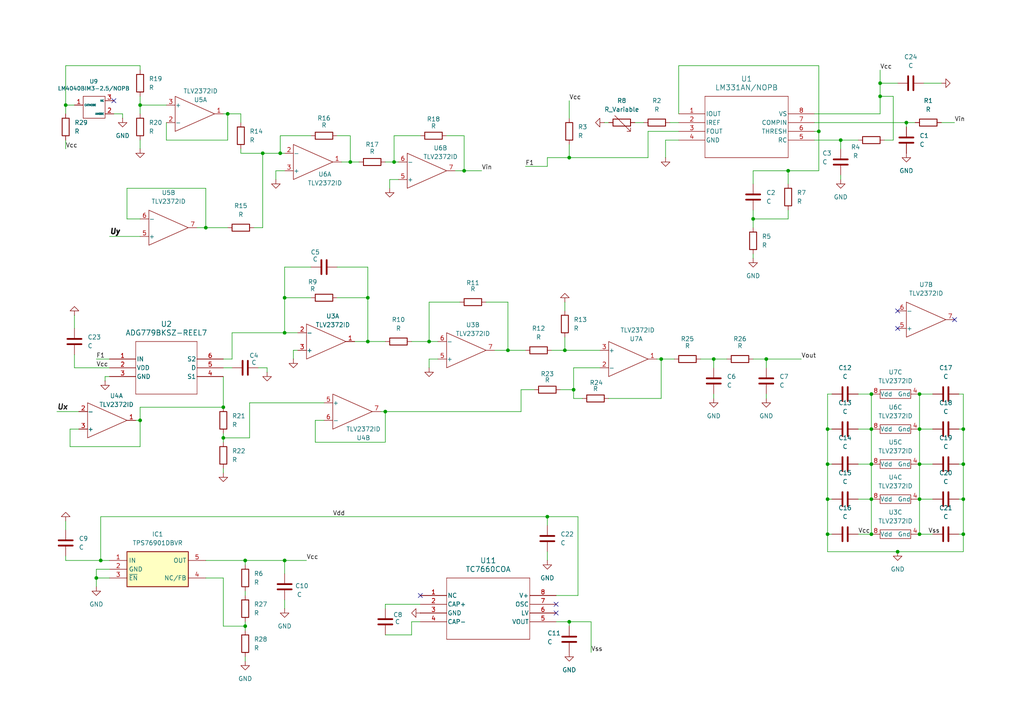
<source format=kicad_sch>
(kicad_sch (version 20231120) (generator "eeschema") (generator_version "8.0")
  (paper "A4")
  (lib_symbols
    (symbol "Device:C" (pin_numbers hide) (pin_names (offset 0.254))
      (property "Reference" "C" (at 0.635 2.54 0))
      (property "Value" "C" (at 0.635 -2.54 0))
      (symbol "C_0_1"
        (polyline (pts (xy -2.032 -0.762) (xy 2.032 -0.762)) (stroke (width 0.508)))
        (polyline (pts (xy -2.032 0.762) (xy 2.032 0.762)) (stroke (width 0.508)))
      )
      (symbol "C_1_1"
        (pin passive line (at 0 3.81 270) (length 2.794) (name "~") (number "1"))
        (pin passive line (at 0 -3.81 90) (length 2.794) (name "~") (number "2"))
      )
    )
    (symbol "Device:R" (pin_numbers hide) (pin_names (offset 0))
      (property "Reference" "R" (at 2.032 0 90))
      (property "Value" "R" (at 0 0 90))
      (symbol "R_0_1"
        (rectangle (start -1.016 -2.54) (end 1.016 2.54) (stroke (width 0.254)))
      )
      (symbol "R_1_1"
        (pin passive line (at 0 3.81 270) (length 1.27) (name "~") (number "1"))
        (pin passive line (at 0 -3.81 90) (length 1.27) (name "~") (number "2"))
      )
    )
    (symbol "Device:R_Variable" (pin_numbers hide) (pin_names (offset 0))
      (property "Reference" "R" (at 2.54 -2.54 90))
      (property "Value" "R_Variable" (at -2.54 -1.27 90))
      (symbol "R_Variable_0_1"
        (rectangle (start -1.016 -2.54) (end 1.016 2.54) (stroke (width 0.254)))
        (polyline (pts (xy 2.54 1.524) (xy 2.54 2.54) (xy 1.524 2.54) (xy 2.54 2.54) (xy -2.032 -2.032)))
      )
      (symbol "R_Variable_1_1"
        (pin passive line (at 0 3.81 270) (length 1.27) (name "~") (number "1"))
        (pin passive line (at 0 -3.81 90) (length 1.27) (name "~") (number "2"))
      )
    )
    (symbol "my_custom:ADG779BKSZ-REEL7" (pin_names (offset 0.254))
      (property "Reference" "U" (at 17.018 10.414 0))
      (property "Value" "ADG779BKSZ-REEL7" (at 17.018 7.874 0))
      (symbol "ADG779BKSZ-REEL7_1_1"
        (polyline (pts (xy 7.62 5.08) (xy 7.62 -10.16)) (stroke (width 0.127)))
        (polyline (pts (xy 7.62 5.08) (xy 25.4 5.08)))
        (polyline (pts (xy 25.4 -10.16) (xy 7.62 -10.16)))
        (polyline (pts (xy 25.4 -10.16) (xy 25.4 5.08)) (stroke (width 0.127)))
        (pin input line (at 0 0 0) (length 7.62) (name "IN") (number "1"))
        (pin power_in line (at 0 -2.54 0) (length 7.62) (name "VDD") (number "2"))
        (pin power_in line (at 0 -5.08 0) (length 7.62) (name "GND") (number "3"))
        (pin bidirectional line (at 33.02 -5.08 180) (length 7.62) (name "S1") (number "4"))
        (pin bidirectional line (at 33.02 -2.54 180) (length 7.62) (name "D") (number "5"))
        (pin bidirectional line (at 33.02 0 180) (length 7.62) (name "S2") (number "6"))
      )
    )
    (symbol "my_custom:LM331AN_NOPB" (pin_names (offset 0.254))
      (property "Reference" "U" (at 45.212 34.798 0))
      (property "Value" "LM331AN/NOPB" (at 45.212 32.258 0))
      (symbol "LM331AN_NOPB_1_1"
        (polyline (pts (xy 33.02 30.48) (xy 33.02 12.7)) (stroke (width 0.127)))
        (polyline (pts (xy 33.02 30.48) (xy 57.15 30.48)))
        (polyline (pts (xy 57.15 12.7) (xy 33.02 12.7)))
        (polyline (pts (xy 57.15 12.7) (xy 57.15 30.48)) (stroke (width 0.127)))
        (pin output line (at 25.4 25.4 0) (length 7.62) (name "IOUT") (number "1"))
        (pin input line (at 25.4 22.86 0) (length 7.62) (name "IREF") (number "2"))
        (pin output line (at 25.4 20.32 0) (length 7.62) (name "FOUT") (number "3"))
        (pin power_out line (at 25.4 17.78 0) (length 7.62) (name "GND") (number "4"))
        (pin input line (at 64.77 17.78 180) (length 7.62) (name "RC") (number "5"))
        (pin input line (at 64.77 20.32 180) (length 7.62) (name "THRESH") (number "6"))
        (pin input line (at 64.77 22.86 180) (length 7.62) (name "COMPIN") (number "7"))
        (pin power_in line (at 64.77 25.4 180) (length 7.62) (name "VS") (number "8"))
      )
    )
    (symbol "my_custom:LM4040BIM3-2.5_NOPB" (pin_names (offset 0.254))
      (property "Reference" "U" (at 12.446 5.588 0))
      (property "Value" "LM4040BIM3-2.5/NOPB" (at 13.208 4.064 0))
      (symbol "LM4040BIM3-2.5_NOPB_1_1"
        (polyline (pts (xy 10.16 -3.81) (xy 15.24 -3.81)))
        (polyline (pts (xy 10.16 2.54) (xy 10.16 -3.81)))
        (polyline (pts (xy 10.16 5.08) (xy 10.16 5.08)))
        (polyline (pts (xy 15.24 2.54) (xy 10.16 2.54)))
        (polyline (pts (xy 15.24 2.54) (xy 16.51 2.54) (xy 16.51 -3.81) (xy 15.24 -3.81)))
        (pin unspecified line (at 7.62 0 0) (length 2.54) (name "CATHODE") (number "1"))
        (pin unspecified line (at 19.05 -2.54 180) (length 2.54) (name "ANODE") (number "2"))
        (pin unspecified line (at 19.05 1.27 180) (length 2.54) (name "NC") (number "3"))
      )
    )
    (symbol "my_custom:TC7660COA" (pin_names (offset 0.254))
      (property "Reference" "U" (at 19.558 9.652 0))
      (property "Value" "TC7660COA" (at 19.558 7.112 0))
      (symbol "TC7660COA_1_1"
        (polyline (pts (xy 7.62 -12.7) (xy 31.75 -12.7)))
        (polyline (pts (xy 7.62 5.08) (xy 7.62 -12.7)) (stroke (width 0.127)))
        (polyline (pts (xy 7.62 5.08) (xy 31.75 5.08)))
        (polyline (pts (xy 31.75 -12.7) (xy 31.75 5.08)) (stroke (width 0.127)))
        (pin unspecified line (at 0 0 0) (length 7.62) (name "NC") (number "1"))
        (pin unspecified line (at 0 -2.54 0) (length 7.62) (name "CAP+") (number "2"))
        (pin unspecified line (at 0 -5.08 0) (length 7.62) (name "GND") (number "3"))
        (pin unspecified line (at 0 -7.62 0) (length 7.62) (name "CAP-") (number "4"))
        (pin unspecified line (at 39.37 -7.62 180) (length 7.62) (name "VOUT") (number "5"))
        (pin unspecified line (at 39.37 -5.08 180) (length 7.62) (name "LV") (number "6"))
        (pin unspecified line (at 39.37 -2.54 180) (length 7.62) (name "OSC") (number "7"))
        (pin unspecified line (at 39.37 0 180) (length 7.62) (name "V+") (number "8"))
      )
    )
    (symbol "my_custom:TLV2372ID" (pin_names (offset 0.002))
      (property "Reference" "U" (at 7.366 1.524 0))
      (property "Value" "TLV2372ID" (at 7.366 -0.508 0))
      (symbol "TLV2372ID_1_1"
        (polyline (pts (xy 0 -2.54) (xy 0 -12.7) (xy 11.43 -7.62) (xy 0 -2.54)))
        (pin output line (at 13.97 -7.62 180) (length 2.54) (name "") (number "1"))
        (pin input line (at -2.54 -5.08 0) (length 2.54) (name "-") (number "2"))
        (pin input line (at -2.54 -10.16 0) (length 2.54) (name "+") (number "3"))
      )
      (symbol "TLV2372ID_2_1"
        (polyline (pts (xy 0 -1.27) (xy 0 -11.43) (xy 11.43 -6.35) (xy 0 -1.27)))
        (pin input line (at -2.54 -8.89 0) (length 2.54) (name "+") (number "5"))
        (pin input line (at -2.54 -3.81 0) (length 2.54) (name "-") (number "6"))
        (pin output line (at 13.97 -6.35 180) (length 2.54) (name "") (number "7"))
      )
      (symbol "TLV2372ID_3_1"
        (rectangle (start 1.27 -6.35) (end 10.16 -8.89))
        (pin power_in line (at -1.27 -7.62 0) (length 2.54) (name "Gnd") (number "4"))
        (pin power_in line (at 12.7 -7.62 180) (length 2.54) (name "Vdd") (number "8"))
      )
    )
    (symbol "my_custom:TPS76901DBVR"
      (property "Reference" "IC" (at 13.462 9.144 0))
      (property "Value" "TPS76901DBVR" (at 13.462 6.604 0))
      (symbol "TPS76901DBVR_1_1"
        (rectangle (start 5.08 2.54) (end 22.86 -7.62) (stroke (width 0.254)) (fill (type background)))
        (pin passive line (at 0 0 0) (length 5.08) (name "IN") (number "1"))
        (pin passive line (at 0 -2.54 0) (length 5.08) (name "GND") (number "2"))
        (pin passive line (at 0 -5.08 0) (length 5.08) (name "~{EN}") (number "3"))
        (pin passive line (at 27.94 -5.08 180) (length 5.08) (name "NC/FB") (number "4"))
        (pin passive line (at 27.94 0 180) (length 5.08) (name "OUT") (number "5"))
      )
    )
    (symbol "power:GND" (power) (pin_numbers hide) (pin_names (offset 0) hide)
      (property "Value" "GND" (at 0 -3.81 0))
      (symbol "GND_0_1"
        (polyline (pts (xy 0 0) (xy 0 -1.27) (xy 1.27 -1.27) (xy 0 -2.54) (xy -1.27 -1.27) (xy 0 -1.27)))
      )
      (symbol "GND_1_1"
        (pin power_in line (at 0 0 270) (length 0) (name "~") (number "1"))
      )
    )
  )
  (junction (at 19.05 30.48))
  (junction (at 255.27 24.13))
  (junction (at 228.6 49.53))
  (junction (at 240.03 134.62))
  (junction (at 114.3 46.99))
  (junction (at 252.73 124.46))
  (junction (at 252.73 144.78))
  (junction (at 166.37 113.03))
  (junction (at 82.55 86.36))
  (junction (at 40.64 121.92))
  (junction (at 71.12 181.61))
  (junction (at 266.7 154.94))
  (junction (at 165.1 180.34))
  (junction (at 76.2 44.45))
  (junction (at 165.1 45.72))
  (junction (at 240.03 144.78))
  (junction (at 252.73 114.3))
  (junction (at 101.6 46.99))
  (junction (at 279.4 144.78))
  (junction (at 134.62 49.53))
  (junction (at 240.03 154.94))
  (junction (at 279.4 134.62))
  (junction (at 59.69 66.04))
  (junction (at 266.7 144.78))
  (junction (at 207.01 104.14))
  (junction (at 106.68 99.06))
  (junction (at 279.4 124.46))
  (junction (at 266.7 114.3))
  (junction (at 82.55 162.56))
  (junction (at 240.03 124.46))
  (junction (at 266.7 124.46))
  (junction (at 111.76 119.38))
  (junction (at 27.94 167.64))
  (junction (at 66.04 33.02))
  (junction (at 29.21 162.56))
  (junction (at 260.35 160.02))
  (junction (at 82.55 96.52))
  (junction (at 40.64 30.48))
  (junction (at 71.12 162.56))
  (junction (at 266.7 134.62))
  (junction (at 252.73 154.94))
  (junction (at 106.68 86.36))
  (junction (at 191.77 104.14))
  (junction (at 81.28 44.45))
  (junction (at 124.46 99.06))
  (junction (at 262.89 35.56))
  (junction (at 243.84 40.64))
  (junction (at 237.49 38.1))
  (junction (at 222.25 104.14))
  (junction (at 279.4 154.94))
  (junction (at 147.32 101.6))
  (junction (at 64.77 127))
  (junction (at 158.75 149.86))
  (junction (at 218.44 63.5))
  (junction (at 252.73 134.62))
  (junction (at 255.27 27.94))
  (junction (at 64.77 118.11))
  (junction (at 163.83 101.6))
  (no_connect (at 161.29 175.26))
  (no_connect (at 161.29 177.8))
  (no_connect (at 260.35 90.17))
  (no_connect (at 121.92 172.72))
  (no_connect (at 276.86 92.71))
  (no_connect (at 33.02 29.21))
  (no_connect (at 260.35 95.25))
  (wire (pts (xy 91.44 128.27) (xy 111.76 128.27)))
  (wire (pts (xy 64.77 181.61) (xy 71.12 181.61)))
  (wire (pts (xy 166.37 113.03) (xy 166.37 115.57)))
  (wire (pts (xy 35.56 33.02) (xy 35.56 34.29)))
  (wire (pts (xy 80.01 49.53) (xy 82.55 49.53)))
  (wire (pts (xy 193.04 40.64) (xy 193.04 45.72)))
  (wire (pts (xy 40.64 19.05) (xy 40.64 20.32)))
  (wire (pts (xy 161.29 180.34) (xy 165.1 180.34)))
  (wire (pts (xy 218.44 73.66) (xy 218.44 74.93)))
  (wire (pts (xy 31.75 167.64) (xy 27.94 167.64)))
  (wire (pts (xy 134.62 49.53) (xy 132.08 49.53)))
  (wire (pts (xy 22.86 124.46) (xy 20.32 124.46)))
  (wire (pts (xy 267.97 24.13) (xy 273.05 24.13)))
  (wire (pts (xy 113.03 52.07) (xy 113.03 54.61)))
  (wire (pts (xy 187.96 45.72) (xy 165.1 45.72)))
  (wire (pts (xy 121.92 39.37) (xy 114.3 39.37)))
  (wire (pts (xy 19.05 151.13) (xy 19.05 153.67)))
  (wire (pts (xy 36.83 63.5) (xy 36.83 54.61)))
  (wire (pts (xy 82.55 86.36) (xy 82.55 96.52)))
  (wire (pts (xy 236.22 33.02) (xy 255.27 33.02)))
  (wire (pts (xy 20.32 129.54) (xy 40.64 129.54)))
  (wire (pts (xy 40.64 118.11) (xy 40.64 121.92)))
  (wire (pts (xy 30.48 109.22) (xy 31.75 109.22)))
  (wire (pts (xy 252.73 134.62) (xy 252.73 144.78)))
  (wire (pts (xy 40.64 129.54) (xy 40.64 121.92)))
  (wire (pts (xy 158.75 45.72) (xy 165.1 45.72)))
  (wire (pts (xy 240.03 144.78) (xy 240.03 154.94)))
  (wire (pts (xy 243.84 40.64) (xy 248.92 40.64)))
  (wire (pts (xy 248.92 134.62) (xy 252.73 134.62)))
  (wire (pts (xy 106.68 77.47) (xy 106.68 86.36)))
  (wire (pts (xy 248.92 114.3) (xy 252.73 114.3)))
  (wire (pts (xy 147.32 101.6) (xy 143.51 101.6)))
  (wire (pts (xy 248.92 154.94) (xy 252.73 154.94)))
  (wire (pts (xy 222.25 114.3) (xy 222.25 115.57)))
  (wire (pts (xy 255.27 27.94) (xy 255.27 33.02)))
  (wire (pts (xy 97.79 77.47) (xy 106.68 77.47)))
  (wire (pts (xy 97.79 39.37) (xy 101.6 39.37)))
  (wire (pts (xy 270.51 134.62) (xy 266.7 134.62)))
  (wire (pts (xy 228.6 49.53) (xy 237.49 49.53)))
  (wire (pts (xy 71.12 162.56) (xy 82.55 162.56)))
  (wire (pts (xy 66.04 40.64) (xy 66.04 33.02)))
  (wire (pts (xy 278.13 124.46) (xy 279.4 124.46)))
  (wire (pts (xy 262.89 36.83) (xy 262.89 35.56)))
  (wire (pts (xy 171.45 180.34) (xy 171.45 189.23)))
  (wire (pts (xy 140.97 87.63) (xy 147.32 87.63)))
  (wire (pts (xy 158.75 152.4) (xy 158.75 149.86)))
  (wire (pts (xy 27.94 165.1) (xy 27.94 167.64)))
  (wire (pts (xy 29.21 162.56) (xy 31.75 162.56)))
  (wire (pts (xy 228.6 49.53) (xy 228.6 53.34)))
  (wire (pts (xy 67.31 104.14) (xy 67.31 96.52)))
  (wire (pts (xy 166.37 115.57) (xy 168.91 115.57)))
  (wire (pts (xy 19.05 162.56) (xy 29.21 162.56)))
  (wire (pts (xy 203.2 104.14) (xy 207.01 104.14)))
  (wire (pts (xy 90.17 77.47) (xy 82.55 77.47)))
  (wire (pts (xy 196.85 40.64) (xy 193.04 40.64)))
  (wire (pts (xy 111.76 175.26) (xy 121.92 175.26)))
  (wire (pts (xy 91.44 121.92) (xy 91.44 128.27)))
  (wire (pts (xy 240.03 114.3) (xy 240.03 124.46)))
  (wire (pts (xy 176.53 115.57) (xy 191.77 115.57)))
  (wire (pts (xy 278.13 144.78) (xy 279.4 144.78)))
  (wire (pts (xy 71.12 190.5) (xy 71.12 191.77)))
  (wire (pts (xy 222.25 106.68) (xy 222.25 104.14)))
  (wire (pts (xy 167.64 172.72) (xy 161.29 172.72)))
  (wire (pts (xy 252.73 144.78) (xy 252.73 154.94)))
  (wire (pts (xy 273.05 35.56) (xy 276.86 35.56)))
  (wire (pts (xy 81.28 39.37) (xy 81.28 44.45)))
  (wire (pts (xy 191.77 104.14) (xy 195.58 104.14)))
  (wire (pts (xy 21.59 91.44) (xy 21.59 95.25)))
  (wire (pts (xy 259.08 40.64) (xy 256.54 40.64)))
  (wire (pts (xy 166.37 106.68) (xy 173.99 106.68)))
  (wire (pts (xy 255.27 20.32) (xy 255.27 24.13)))
  (wire (pts (xy 165.1 29.21) (xy 165.1 34.29)))
  (wire (pts (xy 82.55 77.47) (xy 82.55 86.36)))
  (wire (pts (xy 76.2 44.45) (xy 81.28 44.45)))
  (wire (pts (xy 21.59 106.68) (xy 31.75 106.68)))
  (wire (pts (xy 260.35 160.02) (xy 240.03 160.02)))
  (wire (pts (xy 134.62 49.53) (xy 139.7 49.53)))
  (wire (pts (xy 228.6 60.96) (xy 228.6 63.5)))
  (wire (pts (xy 64.77 33.02) (xy 66.04 33.02)))
  (wire (pts (xy 266.7 114.3) (xy 266.7 124.46)))
  (wire (pts (xy 236.22 35.56) (xy 262.89 35.56)))
  (wire (pts (xy 270.51 114.3) (xy 266.7 114.3)))
  (wire (pts (xy 236.22 40.64) (xy 243.84 40.64)))
  (wire (pts (xy 124.46 87.63) (xy 124.46 99.06)))
  (wire (pts (xy 106.68 86.36) (xy 106.68 99.06)))
  (wire (pts (xy 194.31 35.56) (xy 196.85 35.56)))
  (wire (pts (xy 119.38 99.06) (xy 124.46 99.06)))
  (wire (pts (xy 119.38 184.15) (xy 119.38 180.34)))
  (wire (pts (xy 237.49 38.1) (xy 237.49 49.53)))
  (wire (pts (xy 255.27 27.94) (xy 259.08 27.94)))
  (wire (pts (xy 236.22 38.1) (xy 237.49 38.1)))
  (wire (pts (xy 187.96 38.1) (xy 187.96 45.72)))
  (wire (pts (xy 71.12 163.83) (xy 71.12 162.56)))
  (wire (pts (xy 64.77 104.14) (xy 67.31 104.14)))
  (wire (pts (xy 266.7 124.46) (xy 266.7 134.62)))
  (wire (pts (xy 115.57 52.07) (xy 113.03 52.07)))
  (wire (pts (xy 163.83 101.6) (xy 173.99 101.6)))
  (wire (pts (xy 270.51 124.46) (xy 266.7 124.46)))
  (wire (pts (xy 40.64 118.11) (xy 64.77 118.11)))
  (wire (pts (xy 111.76 46.99) (xy 114.3 46.99)))
  (wire (pts (xy 241.3 124.46) (xy 240.03 124.46)))
  (wire (pts (xy 129.54 39.37) (xy 134.62 39.37)))
  (wire (pts (xy 241.3 144.78) (xy 240.03 144.78)))
  (wire (pts (xy 64.77 118.11) (xy 64.77 109.22)))
  (wire (pts (xy 228.6 63.5) (xy 218.44 63.5)))
  (wire (pts (xy 86.36 101.6) (xy 85.09 101.6)))
  (wire (pts (xy 255.27 24.13) (xy 255.27 27.94)))
  (wire (pts (xy 158.75 149.86) (xy 167.64 149.86)))
  (wire (pts (xy 111.76 119.38) (xy 110.49 119.38)))
  (wire (pts (xy 218.44 49.53) (xy 218.44 53.34)))
  (wire (pts (xy 40.64 33.02) (xy 40.64 30.48)))
  (wire (pts (xy 240.03 154.94) (xy 241.3 154.94)))
  (wire (pts (xy 21.59 106.68) (xy 21.59 102.87)))
  (wire (pts (xy 222.25 104.14) (xy 218.44 104.14)))
  (wire (pts (xy 64.77 135.89) (xy 64.77 137.16)))
  (wire (pts (xy 207.01 106.68) (xy 207.01 104.14)))
  (wire (pts (xy 163.83 87.63) (xy 163.83 90.17)))
  (wire (pts (xy 82.55 86.36) (xy 90.17 86.36)))
  (wire (pts (xy 77.47 106.68) (xy 77.47 107.95)))
  (wire (pts (xy 165.1 181.61) (xy 165.1 180.34)))
  (wire (pts (xy 270.51 144.78) (xy 266.7 144.78)))
  (wire (pts (xy 19.05 19.05) (xy 40.64 19.05)))
  (wire (pts (xy 240.03 160.02) (xy 240.03 154.94)))
  (wire (pts (xy 279.4 114.3) (xy 279.4 124.46)))
  (wire (pts (xy 48.26 35.56) (xy 48.26 40.64)))
  (wire (pts (xy 266.7 144.78) (xy 266.7 154.94)))
  (wire (pts (xy 71.12 171.45) (xy 71.12 172.72)))
  (wire (pts (xy 165.1 41.91) (xy 165.1 45.72)))
  (wire (pts (xy 27.94 167.64) (xy 27.94 170.18)))
  (wire (pts (xy 69.85 44.45) (xy 76.2 44.45)))
  (wire (pts (xy 279.4 134.62) (xy 279.4 144.78)))
  (wire (pts (xy 165.1 180.34) (xy 171.45 180.34)))
  (wire (pts (xy 82.55 166.37) (xy 82.55 162.56)))
  (wire (pts (xy 240.03 134.62) (xy 240.03 144.78)))
  (wire (pts (xy 19.05 30.48) (xy 19.05 19.05)))
  (wire (pts (xy 166.37 106.68) (xy 166.37 113.03)))
  (wire (pts (xy 278.13 134.62) (xy 279.4 134.62)))
  (wire (pts (xy 151.13 119.38) (xy 151.13 113.03)))
  (wire (pts (xy 29.21 162.56) (xy 29.21 149.86)))
  (wire (pts (xy 76.2 66.04) (xy 76.2 44.45)))
  (wire (pts (xy 93.98 121.92) (xy 91.44 121.92)))
  (wire (pts (xy 64.77 127) (xy 72.39 127)))
  (wire (pts (xy 40.64 30.48) (xy 40.64 27.94)))
  (wire (pts (xy 39.37 121.92) (xy 40.64 121.92)))
  (wire (pts (xy 279.4 154.94) (xy 279.4 160.02)))
  (wire (pts (xy 66.04 33.02) (xy 69.85 33.02)))
  (wire (pts (xy 114.3 46.99) (xy 115.57 46.99)))
  (wire (pts (xy 19.05 161.29) (xy 19.05 162.56)))
  (wire (pts (xy 151.13 113.03) (xy 154.94 113.03)))
  (wire (pts (xy 64.77 167.64) (xy 64.77 181.61)))
  (wire (pts (xy 167.64 149.86) (xy 167.64 172.72)))
  (wire (pts (xy 228.6 49.53) (xy 218.44 49.53)))
  (wire (pts (xy 67.31 96.52) (xy 82.55 96.52)))
  (wire (pts (xy 111.76 184.15) (xy 119.38 184.15)))
  (wire (pts (xy 69.85 43.18) (xy 69.85 44.45)))
  (wire (pts (xy 20.32 124.46) (xy 20.32 129.54)))
  (wire (pts (xy 97.79 86.36) (xy 106.68 86.36)))
  (wire (pts (xy 74.93 106.68) (xy 77.47 106.68)))
  (wire (pts (xy 127 104.14) (xy 124.46 104.14)))
  (wire (pts (xy 72.39 116.84) (xy 72.39 127)))
  (wire (pts (xy 162.56 113.03) (xy 166.37 113.03)))
  (wire (pts (xy 31.75 68.58) (xy 40.64 68.58)))
  (wire (pts (xy 160.02 101.6) (xy 163.83 101.6)))
  (wire (pts (xy 72.39 116.84) (xy 93.98 116.84)))
  (wire (pts (xy 163.83 101.6) (xy 163.83 97.79)))
  (wire (pts (xy 101.6 39.37) (xy 101.6 46.99)))
  (wire (pts (xy 111.76 119.38) (xy 151.13 119.38)))
  (wire (pts (xy 29.21 149.86) (xy 158.75 149.86)))
  (wire (pts (xy 252.73 114.3) (xy 252.73 124.46)))
  (wire (pts (xy 279.4 124.46) (xy 279.4 134.62)))
  (wire (pts (xy 191.77 115.57) (xy 191.77 104.14)))
  (wire (pts (xy 71.12 181.61) (xy 71.12 180.34)))
  (wire (pts (xy 133.35 87.63) (xy 124.46 87.63)))
  (wire (pts (xy 48.26 40.64) (xy 66.04 40.64)))
  (wire (pts (xy 71.12 182.88) (xy 71.12 181.61)))
  (wire (pts (xy 40.64 40.64) (xy 40.64 43.18)))
  (wire (pts (xy 279.4 154.94) (xy 278.13 154.94)))
  (wire (pts (xy 262.89 35.56) (xy 265.43 35.56)))
  (wire (pts (xy 33.02 33.02) (xy 35.56 33.02)))
  (wire (pts (xy 19.05 30.48) (xy 21.59 30.48)))
  (wire (pts (xy 73.66 66.04) (xy 76.2 66.04)))
  (wire (pts (xy 27.94 104.14) (xy 31.75 104.14)))
  (wire (pts (xy 82.55 96.52) (xy 86.36 96.52)))
  (wire (pts (xy 59.69 54.61) (xy 59.69 66.04)))
  (wire (pts (xy 71.12 162.56) (xy 59.69 162.56)))
  (wire (pts (xy 279.4 160.02) (xy 260.35 160.02)))
  (wire (pts (xy 104.14 46.99) (xy 101.6 46.99)))
  (wire (pts (xy 81.28 44.45) (xy 82.55 44.45)))
  (wire (pts (xy 19.05 40.64) (xy 19.05 43.18)))
  (wire (pts (xy 175.26 35.56) (xy 176.53 35.56)))
  (wire (pts (xy 196.85 33.02) (xy 196.85 19.05)))
  (wire (pts (xy 124.46 99.06) (xy 127 99.06)))
  (wire (pts (xy 111.76 175.26) (xy 111.76 176.53)))
  (wire (pts (xy 243.84 50.8) (xy 243.84 52.07)))
  (wire (pts (xy 196.85 38.1) (xy 187.96 38.1)))
  (wire (pts (xy 69.85 33.02) (xy 69.85 35.56)))
  (wire (pts (xy 259.08 27.94) (xy 259.08 40.64)))
  (wire (pts (xy 31.75 165.1) (xy 27.94 165.1)))
  (wire (pts (xy 241.3 114.3) (xy 240.03 114.3)))
  (wire (pts (xy 240.03 124.46) (xy 240.03 134.62)))
  (wire (pts (xy 241.3 134.62) (xy 240.03 134.62)))
  (wire (pts (xy 243.84 40.64) (xy 243.84 43.18)))
  (wire (pts (xy 82.55 162.56) (xy 88.9 162.56)))
  (wire (pts (xy 260.35 24.13) (xy 255.27 24.13)))
  (wire (pts (xy 64.77 127) (xy 64.77 128.27)))
  (wire (pts (xy 237.49 19.05) (xy 237.49 38.1)))
  (wire (pts (xy 124.46 104.14) (xy 124.46 106.68)))
  (wire (pts (xy 80.01 49.53) (xy 80.01 52.07)))
  (wire (pts (xy 196.85 19.05) (xy 237.49 19.05)))
  (wire (pts (xy 218.44 60.96) (xy 218.44 63.5)))
  (wire (pts (xy 59.69 167.64) (xy 64.77 167.64)))
  (wire (pts (xy 36.83 63.5) (xy 40.64 63.5)))
  (wire (pts (xy 134.62 39.37) (xy 134.62 49.53)))
  (wire (pts (xy 59.69 66.04) (xy 66.04 66.04)))
  (wire (pts (xy 114.3 39.37) (xy 114.3 46.99)))
  (wire (pts (xy 248.92 144.78) (xy 252.73 144.78)))
  (wire (pts (xy 111.76 99.06) (xy 106.68 99.06)))
  (wire (pts (xy 64.77 125.73) (xy 64.77 127)))
  (wire (pts (xy 248.92 124.46) (xy 252.73 124.46)))
  (wire (pts (xy 207.01 114.3) (xy 207.01 115.57)))
  (wire (pts (xy 278.13 114.3) (xy 279.4 114.3)))
  (wire (pts (xy 147.32 87.63) (xy 147.32 101.6)))
  (wire (pts (xy 158.75 48.26) (xy 152.4 48.26)))
  (wire (pts (xy 102.87 99.06) (xy 106.68 99.06)))
  (wire (pts (xy 207.01 104.14) (xy 210.82 104.14)))
  (wire (pts (xy 30.48 110.49) (xy 30.48 109.22)))
  (wire (pts (xy 90.17 39.37) (xy 81.28 39.37)))
  (wire (pts (xy 119.38 180.34) (xy 121.92 180.34)))
  (wire (pts (xy 57.15 66.04) (xy 59.69 66.04)))
  (wire (pts (xy 184.15 35.56) (xy 186.69 35.56)))
  (wire (pts (xy 158.75 45.72) (xy 158.75 48.26)))
  (wire (pts (xy 252.73 124.46) (xy 252.73 134.62)))
  (wire (pts (xy 85.09 101.6) (xy 85.09 104.14)))
  (wire (pts (xy 218.44 63.5) (xy 218.44 66.04)))
  (wire (pts (xy 158.75 160.02) (xy 158.75 162.56)))
  (wire (pts (xy 147.32 101.6) (xy 152.4 101.6)))
  (wire (pts (xy 279.4 144.78) (xy 279.4 154.94)))
  (wire (pts (xy 64.77 106.68) (xy 67.31 106.68)))
  (wire (pts (xy 19.05 30.48) (xy 19.05 33.02)))
  (wire (pts (xy 48.26 30.48) (xy 40.64 30.48)))
  (wire (pts (xy 266.7 154.94) (xy 270.51 154.94)))
  (wire (pts (xy 266.7 134.62) (xy 266.7 144.78)))
  (wire (pts (xy 82.55 173.99) (xy 82.55 176.53)))
  (wire (pts (xy 36.83 54.61) (xy 59.69 54.61)))
  (wire (pts (xy 101.6 46.99) (xy 99.06 46.99)))
  (wire (pts (xy 222.25 104.14) (xy 232.41 104.14)))
  (wire (pts (xy 190.5 104.14) (xy 191.77 104.14)))
  (wire (pts (xy 16.51 119.38) (xy 22.86 119.38)))
  (wire (pts (xy 111.76 128.27) (xy 111.76 119.38)))
  (label "Vcc" (at 248.92 154.94 0))
  (label "Vdd" (at 96.52 149.86 0))
  (label "Vin" (at 139.7 49.53 0))
  (label "Vcc" (at 19.05 43.18 0))
  (label "F1" (at 152.4 48.26 0))
  (label "F1" (at 27.94 104.14 0))
  (label "Vout" (at 232.41 104.14 0))
  (label "Vcc" (at 88.9 162.56 0))
  (label "Vss" (at 269.24 154.94 0))
  (label "Vcc" (at 27.94 106.68 0))
  (label "Vcc" (at 165.1 29.21 0))
  (label "Vcc" (at 255.27 20.32 0))
  (label "Uy" (at 31.75 68.58 0) (effects (font (size 1.524 1.524) (thickness 0.508) (bold yes) (italic yes))))
  (label "Ux" (at 16.51 119.38 0) (effects (font (size 1.524 1.524) (thickness 0.3048) (bold yes) (italic yes))))
  (label "Vin" (at 276.86 35.56 0))
  (label "Vss" (at 171.45 189.23 0))
  (symbol (lib_id "power:GND") (at 77.47 107.95 0) (unit 1)
    (property "Reference" "#PWR06" (effects (hide yes)))
    (property "Value" "GND" (effects (hide yes)))
    (property "Description" "Power symbol creates a global label with name \"GND\" , ground" (effects (hide yes)))
  )
  (symbol (lib_id "Device:R") (at 156.21 101.6 90) (unit 1)
    (property "Reference" "R12" (at 156.21 95.25 90))
    (property "Value" "R" (at 156.21 97.79 90))
    (property "Footprint" "Resistor_SMD:R_0805_2012Metric_Pad1.20x1.40mm_HandSolder" (effects (hide yes)))
    (property "Description" "Resistor" (effects (hide yes)))
  )
  (symbol (lib_id "power:GND") (at 113.03 54.61 0) (unit 1)
    (property "Reference" "#PWR011" (effects (hide yes)))
    (property "Value" "GND" (effects (hide yes)))
    (property "Description" "Power symbol creates a global label with name \"GND\" , ground" (effects (hide yes)))
  )
  (symbol (lib_id "Device:C") (at 245.11 154.94 90) (unit 1)
    (property "Reference" "C16" (at 245.11 147.32 90))
    (property "Value" "C" (at 245.11 149.86 90))
    (property "Footprint" "Capacitor_SMD:C_0805_2012Metric_Pad1.18x1.45mm_HandSolder" (effects (hide yes)))
    (property "Description" "Unpolarized capacitor" (effects (hide yes)))
  )
  (symbol (lib_id "power:GND") (at 193.04 45.72 0) (unit 1)
    (property "Reference" "#PWR04" (effects (hide yes)))
    (property "Value" "GND" (effects (hide yes)))
    (property "Description" "Power symbol creates a global label with name \"GND\" , ground" (effects (hide yes)))
  )
  (symbol (lib_id "power:GND") (at 124.46 106.68 0) (unit 1)
    (property "Reference" "#PWR08" (effects (hide yes)))
    (property "Value" "GND" (effects (hide yes)))
    (property "Description" "Power symbol creates a global label with name \"GND\" , ground" (effects (hide yes)))
  )
  (symbol (lib_id "power:GND") (at 30.48 110.49 0) (unit 1)
    (property "Reference" "#PWR013" (effects (hide yes)))
    (property "Value" "GND" (effects (hide yes)))
    (property "Description" "Power symbol creates a global label with name \"GND\" , ground" (effects (hide yes)))
  )
  (symbol (lib_id "Device:R") (at 93.98 86.36 90) (unit 1)
    (property "Reference" "R9" (at 90.678 81.788 90))
    (property "Value" "R" (at 90.678 83.82 90))
    (property "Footprint" "Resistor_SMD:R_0805_2012Metric_Pad1.20x1.40mm_HandSolder" (effects (hide yes)))
    (property "Description" "Resistor" (effects (hide yes)))
  )
  (symbol (lib_id "Device:C") (at 218.44 57.15 0) (unit 1)
    (property "Reference" "C2" (at 222.25 55.8799 0) (effects (justify left)))
    (property "Value" "C" (at 222.25 58.4199 0) (effects (justify left)))
    (property "Footprint" "Capacitor_SMD:C_0805_2012Metric_Pad1.18x1.45mm_HandSolder" (effects (hide yes)))
    (property "Description" "Unpolarized capacitor" (effects (hide yes)))
  )
  (symbol (lib_id "power:GND") (at 163.83 87.63 180) (unit 1)
    (property "Reference" "#PWR09" (effects (hide yes)))
    (property "Value" "GND" (effects (hide yes)))
    (property "Description" "Power symbol creates a global label with name \"GND\" , ground" (effects (hide yes)))
  )
  (symbol (lib_id "Device:R") (at 115.57 99.06 90) (unit 1)
    (property "Reference" "R10" (at 115.57 92.71 90))
    (property "Value" "R" (at 115.57 95.25 90))
    (property "Footprint" "Resistor_SMD:R_0805_2012Metric_Pad1.20x1.40mm_HandSolder" (effects (hide yes)))
    (property "Description" "Resistor" (effects (hide yes)))
  )
  (symbol (lib_id "power:GND") (at 165.1 189.23 0) (unit 1)
    (property "Reference" "#PWR022" (effects (hide yes)))
    (property "Value" "GND" (at 165.1 194.31 0))
    (property "Description" "Power symbol creates a global label with name \"GND\" , ground" (effects (hide yes)))
  )
  (symbol (lib_id "my_custom:TC7660COA") (at 121.92 172.72 0) (unit 1)
    (property "Reference" "U11" (at 141.605 162.56 0) (effects (font (size 1.524 1.524))))
    (property "Value" "TC7660COA" (at 141.605 165.1 0) (effects (font (size 1.524 1.524))))
    (property "Footprint" "my_custom:TC7660COA" (effects (hide yes)))
    (property "Datasheet" "TC7660COA" (effects (hide yes)))
  )
  (symbol (lib_id "my_custom:TLV2372ID") (at 265.43 142.24 180) (unit 3)
    (property "Reference" "U5" (at 259.715 128.27 0))
    (property "Value" "TLV2372ID" (at 259.715 130.81 0))
    (property "Footprint" "my_custom:TLV2372_D8-L" (effects (hide yes)))
  )
  (symbol (lib_id "my_custom:TLV2372ID") (at 265.43 162.56 180) (unit 3)
    (property "Reference" "U3" (at 259.715 148.59 0))
    (property "Value" "TLV2372ID" (at 259.715 151.13 0))
    (property "Footprint" "my_custom:TLV2372_D8-L" (effects (hide yes)))
  )
  (symbol (lib_id "Device:C") (at 245.11 124.46 90) (unit 1)
    (property "Reference" "C13" (at 245.11 116.84 90))
    (property "Value" "C" (at 245.11 119.38 90))
    (property "Footprint" "Capacitor_SMD:C_0805_2012Metric_Pad1.18x1.45mm_HandSolder" (effects (hide yes)))
    (property "Description" "Unpolarized capacitor" (effects (hide yes)))
  )
  (symbol (lib_id "my_custom:TLV2372ID") (at 96.52 125.73 0) (mirror x) (unit 2)
    (property "Reference" "U4" (at 105.41 127 0))
    (property "Value" "TLV2372ID" (at 105.41 124.46 0))
    (property "Footprint" "my_custom:TLV2372_D8-L" (effects (hide yes)))
  )
  (symbol (lib_id "Device:R") (at 107.95 46.99 90) (unit 1)
    (property "Reference" "R17" (at 107.95 41.91 90))
    (property "Value" "R" (at 107.95 43.942 90))
    (property "Footprint" "Resistor_SMD:R_0805_2012Metric_Pad1.20x1.40mm_HandSolder" (effects (hide yes)))
    (property "Description" "Resistor" (effects (hide yes)))
  )
  (symbol (lib_id "power:GND") (at 40.64 43.18 0) (unit 1)
    (property "Reference" "#PWR012" (effects (hide yes)))
    (property "Value" "GND" (effects (hide yes)))
    (property "Description" "Power symbol creates a global label with name \"GND\" , ground" (effects (hide yes)))
  )
  (symbol (lib_id "Device:R") (at 214.63 104.14 90) (unit 1)
    (property "Reference" "R26" (at 214.63 98.298 90))
    (property "Value" "R" (at 214.63 100.33 90))
    (property "Footprint" "Resistor_SMD:R_0805_2012Metric_Pad1.20x1.40mm_HandSolder" (effects (hide yes)))
    (property "Description" "Resistor" (effects (hide yes)))
  )
  (symbol (lib_id "power:GND") (at 218.44 74.93 0) (unit 1)
    (property "Reference" "#PWR05" (effects (hide yes)))
    (property "Value" "GND" (at 218.44 80.01 0))
    (property "Description" "Power symbol creates a global label with name \"GND\" , ground" (effects (hide yes)))
  )
  (symbol (lib_id "Device:R") (at 228.6 57.15 0) (unit 1)
    (property "Reference" "R7" (at 231.14 55.8799 0) (effects (justify left)))
    (property "Value" "R" (at 231.14 58.4199 0) (effects (justify left)))
    (property "Footprint" "Resistor_SMD:R_0805_2012Metric_Pad1.20x1.40mm_HandSolder" (effects (hide yes)))
    (property "Description" "Resistor" (effects (hide yes)))
  )
  (symbol (lib_id "my_custom:TLV2372ID") (at 118.11 43.18 0) (unit 2)
    (property "Reference" "U6" (at 127.762 42.926 0))
    (property "Value" "TLV2372ID" (at 127.762 45.466 0))
    (property "Footprint" "my_custom:TLV2372_D8-L" (effects (hide yes)))
  )
  (symbol (lib_id "power:GND") (at 207.01 115.57 0) (unit 1)
    (property "Reference" "#PWR015" (effects (hide yes)))
    (property "Value" "GND" (at 207.01 120.65 0))
    (property "Description" "Power symbol creates a global label with name \"GND\" , ground" (effects (hide yes)))
  )
  (symbol (lib_id "Device:R") (at 40.64 36.83 0) (unit 1)
    (property "Reference" "R20" (at 43.18 35.5599 0) (effects (justify left)))
    (property "Value" "R" (at 43.18 38.0999 0) (effects (justify left)))
    (property "Footprint" "Resistor_SMD:R_0805_2012Metric_Pad1.20x1.40mm_HandSolder" (effects (hide yes)))
    (property "Description" "Resistor" (effects (hide yes)))
  )
  (symbol (lib_id "power:GND") (at 262.89 44.45 0) (unit 1)
    (property "Reference" "#PWR01" (effects (hide yes)))
    (property "Value" "GND" (at 262.89 49.53 0))
    (property "Description" "Power symbol creates a global label with name \"GND\" , ground" (effects (hide yes)))
  )
  (symbol (lib_id "power:GND") (at 243.84 52.07 0) (unit 1)
    (property "Reference" "#PWR03" (effects (hide yes)))
    (property "Value" "GND" (at 243.84 57.15 0))
    (property "Description" "Power symbol creates a global label with name \"GND\" , ground" (effects (hide yes)))
  )
  (symbol (lib_id "Device:C") (at 222.25 110.49 0) (unit 1)
    (property "Reference" "C7" (at 226.06 109.2199 0) (effects (justify left)))
    (property "Value" "C" (at 226.06 111.7599 0) (effects (justify left)))
    (property "Footprint" "Capacitor_SMD:C_0805_2012Metric_Pad1.18x1.45mm_HandSolder" (effects (hide yes)))
    (property "Description" "Unpolarized capacitor" (effects (hide yes)))
  )
  (symbol (lib_id "Device:C") (at 245.11 144.78 90) (unit 1)
    (property "Reference" "C15" (at 245.11 137.16 90))
    (property "Value" "C" (at 245.11 139.7 90))
    (property "Footprint" "Capacitor_SMD:C_0805_2012Metric_Pad1.18x1.45mm_HandSolder" (effects (hide yes)))
    (property "Description" "Unpolarized capacitor" (effects (hide yes)))
  )
  (symbol (lib_id "my_custom:TLV2372ID") (at 50.8 40.64 0) (mirror x) (unit 1)
    (property "Reference" "U5" (at 58.166 28.956 0))
    (property "Value" "TLV2372ID" (at 58.166 26.416 0))
    (property "Footprint" "my_custom:TLV2372_D8-L" (effects (hide yes)))
  )
  (symbol (lib_id "power:GND") (at 19.05 151.13 180) (unit 1)
    (property "Reference" "#PWR019" (effects (hide yes)))
    (property "Value" "GND" (effects (hide yes)))
    (property "Description" "Power symbol creates a global label with name \"GND\" , ground" (effects (hide yes)))
  )
  (symbol (lib_id "Device:R_Variable") (at 180.34 35.56 270) (unit 1)
    (property "Reference" "R8" (at 180.34 29.21 90))
    (property "Value" "R_Variable" (at 180.34 31.75 90))
    (property "Footprint" "Potentiometer_THT:Potentiometer_Bourns_3296W_Vertical" (effects (hide yes)))
    (property "Description" "Variable resistor" (effects (hide yes)))
  )
  (symbol (lib_id "power:GND") (at 121.92 177.8 270) (unit 1)
    (property "Reference" "#PWR018" (effects (hide yes)))
    (property "Value" "GND" (effects (hide yes)))
    (property "Description" "Power symbol creates a global label with name \"GND\" , ground" (effects (hide yes)))
  )
  (symbol (lib_id "power:GND") (at 260.35 160.02 0) (unit 1)
    (property "Reference" "#PWR024" (effects (hide yes)))
    (property "Value" "GND" (at 260.35 165.1 0))
    (property "Description" "Power symbol creates a global label with name \"GND\" , ground" (effects (hide yes)))
  )
  (symbol (lib_id "power:GND") (at 27.94 170.18 0) (unit 1)
    (property "Reference" "#PWR020" (effects (hide yes)))
    (property "Value" "GND" (at 27.94 175.26 0))
    (property "Description" "Power symbol creates a global label with name \"GND\" , ground" (effects (hide yes)))
  )
  (symbol (lib_id "Device:R") (at 69.85 39.37 0) (unit 1)
    (property "Reference" "R14" (at 72.39 38.0999 0) (effects (justify left)))
    (property "Value" "R" (at 72.39 40.6399 0) (effects (justify left)))
    (property "Footprint" "Resistor_SMD:R_0805_2012Metric_Pad1.20x1.40mm_HandSolder" (effects (hide yes)))
    (property "Description" "Resistor" (effects (hide yes)))
  )
  (symbol (lib_id "Device:C") (at 274.32 134.62 90) (unit 1)
    (property "Reference" "C19" (at 274.32 127 90))
    (property "Value" "C" (at 274.32 129.54 90))
    (property "Footprint" "Capacitor_SMD:C_0805_2012Metric_Pad1.18x1.45mm_HandSolder" (effects (hide yes)))
    (property "Description" "Unpolarized capacitor" (effects (hide yes)))
  )
  (symbol (lib_id "Device:C") (at 274.32 124.46 90) (unit 1)
    (property "Reference" "C18" (at 274.32 116.84 90))
    (property "Value" "C" (at 274.32 119.38 90))
    (property "Footprint" "Capacitor_SMD:C_0805_2012Metric_Pad1.18x1.45mm_HandSolder" (effects (hide yes)))
    (property "Description" "Unpolarized capacitor" (effects (hide yes)))
  )
  (symbol (lib_id "Device:C") (at 93.98 77.47 90) (unit 1)
    (property "Reference" "C5" (at 91.44 73.152 90))
    (property "Value" "C" (at 91.44 75.184 90))
    (property "Footprint" "Capacitor_SMD:C_0805_2012Metric_Pad1.18x1.45mm_HandSolder" (effects (hide yes)))
    (property "Description" "Unpolarized capacitor" (effects (hide yes)))
  )
  (symbol (lib_id "Device:C") (at 71.12 106.68 90) (unit 1)
    (property "Reference" "C4" (at 73.66 103.124 90))
    (property "Value" "C" (at 73.66 105.156 90))
    (property "Footprint" "Capacitor_SMD:C_0805_2012Metric_Pad1.18x1.45mm_HandSolder" (effects (hide yes)))
    (property "Description" "Unpolarized capacitor" (effects (hide yes)))
  )
  (symbol (lib_id "power:GND") (at 64.77 137.16 0) (unit 1)
    (property "Reference" "#PWR016" (effects (hide yes)))
    (property "Value" "GND" (effects (hide yes)))
    (property "Description" "Power symbol creates a global label with name \"GND\" , ground" (effects (hide yes)))
  )
  (symbol (lib_id "Device:R") (at 252.73 40.64 90) (unit 1)
    (property "Reference" "R4" (at 248.158 42.672 90))
    (property "Value" "R" (at 248.158 45.212 90))
    (property "Footprint" "Resistor_SMD:R_0805_2012Metric_Pad1.20x1.40mm_HandSolder" (effects (hide yes)))
    (property "Description" "Resistor" (effects (hide yes)))
  )
  (symbol (lib_id "Device:C") (at 243.84 46.99 0) (unit 1)
    (property "Reference" "C3" (at 238.506 44.45 0) (effects (justify left)))
    (property "Value" "C" (at 238.506 46.99 0) (effects (justify left)))
    (property "Footprint" "Capacitor_SMD:C_0805_2012Metric_Pad1.18x1.45mm_HandSolder" (effects (hide yes)))
    (property "Description" "Unpolarized capacitor" (effects (hide yes)))
  )
  (symbol (lib_id "my_custom:TLV2372ID") (at 262.89 86.36 0) (unit 2)
    (property "Reference" "U7" (at 268.605 82.55 0))
    (property "Value" "TLV2372ID" (at 268.605 85.09 0))
    (property "Footprint" "my_custom:TLV2372_D8-L" (effects (hide yes)))
  )
  (symbol (lib_id "power:GND") (at 85.09 104.14 0) (unit 1)
    (property "Reference" "#PWR07" (effects (hide yes)))
    (property "Value" "GND" (effects (hide yes)))
    (property "Description" "Power symbol creates a global label with name \"GND\" , ground" (effects (hide yes)))
  )
  (symbol (lib_id "Device:C") (at 21.59 99.06 180) (unit 1)
    (property "Reference" "C23" (at 25.4 97.7899 0) (effects (justify right)))
    (property "Value" "C" (at 25.4 100.3299 0) (effects (justify right)))
    (property "Footprint" "Capacitor_SMD:C_0805_2012Metric_Pad1.18x1.45mm_HandSolder" (effects (hide yes)))
    (property "Description" "Unpolarized capacitor" (effects (hide yes)))
  )
  (symbol (lib_id "Device:R") (at 71.12 167.64 0) (unit 1)
    (property "Reference" "R6" (at 73.66 166.3699 0) (effects (justify left)))
    (property "Value" "R" (at 73.66 168.9099 0) (effects (justify left)))
    (property "Footprint" "Resistor_SMD:R_0805_2012Metric_Pad1.20x1.40mm_HandSolder" (effects (hide yes)))
    (property "Description" "Resistor" (effects (hide yes)))
  )
  (symbol (lib_id "Device:C") (at 274.32 154.94 90) (unit 1)
    (property "Reference" "C21" (at 274.32 147.32 90))
    (property "Value" "C" (at 274.32 149.86 90))
    (property "Footprint" "Capacitor_SMD:C_0805_2012Metric_Pad1.18x1.45mm_HandSolder" (effects (hide yes)))
    (property "Description" "Unpolarized capacitor" (effects (hide yes)))
  )
  (symbol (lib_id "Device:R") (at 93.98 39.37 90) (unit 1)
    (property "Reference" "R16" (at 93.98 34.29 90))
    (property "Value" "R" (at 93.98 36.322 90))
    (property "Footprint" "Resistor_SMD:R_0805_2012Metric_Pad1.20x1.40mm_HandSolder" (effects (hide yes)))
    (property "Description" "Resistor" (effects (hide yes)))
  )
  (symbol (lib_id "Device:R") (at 71.12 186.69 0) (unit 1)
    (property "Reference" "R28" (at 73.66 185.4199 0) (effects (justify left)))
    (property "Value" "R" (at 73.66 187.9599 0) (effects (justify left)))
    (property "Footprint" "Resistor_SMD:R_0805_2012Metric_Pad1.20x1.40mm_HandSolder" (effects (hide yes)))
    (property "Description" "Resistor" (effects (hide yes)))
  )
  (symbol (lib_id "my_custom:TLV2372ID") (at 176.53 111.76 0) (mirror x) (unit 1)
    (property "Reference" "U7" (at 184.531 98.298 0))
    (property "Value" "TLV2372ID" (at 184.912 95.758 0))
    (property "Footprint" "my_custom:TLV2372_D8-L" (effects (hide yes)))
  )
  (symbol (lib_id "power:GND") (at 80.01 52.07 0) (unit 1)
    (property "Reference" "#PWR010" (effects (hide yes)))
    (property "Value" "GND" (effects (hide yes)))
    (property "Description" "Power symbol creates a global label with name \"GND\" , ground" (effects (hide yes)))
  )
  (symbol (lib_id "my_custom:TLV2372ID") (at 88.9 91.44 0) (unit 1)
    (property "Reference" "U3" (at 96.52 91.694 0))
    (property "Value" "TLV2372ID" (at 96.52 94.234 0))
    (property "Footprint" "my_custom:TLV2372_D8-L" (effects (hide yes)))
  )
  (symbol (lib_id "Device:R") (at 40.64 24.13 0) (unit 1)
    (property "Reference" "R19" (at 43.18 22.8599 0) (effects (justify left)))
    (property "Value" "R" (at 43.18 25.3999 0) (effects (justify left)))
    (property "Footprint" "Resistor_SMD:R_0805_2012Metric_Pad1.20x1.40mm_HandSolder" (effects (hide yes)))
    (property "Description" "Resistor" (effects (hide yes)))
  )
  (symbol (lib_id "Device:C") (at 274.32 114.3 90) (unit 1)
    (property "Reference" "C17" (at 274.32 106.68 90))
    (property "Value" "C" (at 274.32 109.22 90))
    (property "Footprint" "Capacitor_SMD:C_0805_2012Metric_Pad1.18x1.45mm_HandSolder" (effects (hide yes)))
    (property "Description" "Unpolarized capacitor" (effects (hide yes)))
  )
  (symbol (lib_id "power:GND") (at 175.26 35.56 270) (unit 1)
    (property "Reference" "#PWR02" (effects (hide yes)))
    (property "Value" "GND" (effects (hide yes)))
    (property "Description" "Power symbol creates a global label with name \"GND\" , ground" (effects (hide yes)))
  )
  (symbol (lib_id "power:GND") (at 82.55 176.53 0) (unit 1)
    (property "Reference" "#PWR021" (effects (hide yes)))
    (property "Value" "GND" (at 82.55 181.61 0))
    (property "Description" "Power symbol creates a global label with name \"GND\" , ground" (effects (hide yes)))
  )
  (symbol (lib_id "Device:C") (at 274.32 144.78 90) (unit 1)
    (property "Reference" "C20" (at 274.32 137.16 90))
    (property "Value" "C" (at 274.32 139.7 90))
    (property "Footprint" "Capacitor_SMD:C_0805_2012Metric_Pad1.18x1.45mm_HandSolder" (effects (hide yes)))
    (property "Description" "Unpolarized capacitor" (effects (hide yes)))
  )
  (symbol (lib_id "my_custom:LM4040BIM3-2.5_NOPB") (at 13.97 30.48 0) (unit 1)
    (property "Reference" "U9" (at 27.178 23.622 0) (effects (font (size 1.143 1.143))))
    (property "Value" "LM4040BIM3-2.5/NOPB" (at 27.178 25.654 0) (effects (font (size 1.143 1.143))))
    (property "Footprint" "my_custom:LM4040" (effects (hide yes)))
    (property "Datasheet" "LM4040BIM3-2.5/NOPB" (effects (hide yes)))
  )
  (symbol (lib_id "power:GND") (at 158.75 162.56 0) (unit 1)
    (property "Reference" "#PWR025" (effects (hide yes)))
    (property "Value" "GND" (at 158.75 167.64 0))
    (property "Description" "Power symbol creates a global label with name \"GND\" , ground" (effects (hide yes)))
  )
  (symbol (lib_id "Device:R") (at 19.05 36.83 0) (unit 1)
    (property "Reference" "R29" (at 21.59 35.5599 0) (effects (justify left)))
    (property "Value" "R" (at 21.59 38.0999 0) (effects (justify left)))
    (property "Footprint" "Resistor_SMD:R_0805_2012Metric_Pad1.20x1.40mm_HandSolder" (effects (hide yes)))
    (property "Description" "Resistor" (effects (hide yes)))
  )
  (symbol (lib_id "Device:C") (at 111.76 180.34 0) (unit 1)
    (property "Reference" "C8" (at 114.046 178.308 0) (effects (justify left)))
    (property "Value" "C" (at 114.554 180.34 0) (effects (justify left)))
    (property "Footprint" "Capacitor_SMD:C_0805_2012Metric_Pad1.18x1.45mm_HandSolder" (effects (hide yes)))
    (property "Description" "Unpolarized capacitor" (effects (hide yes)))
  )
  (symbol (lib_id "Device:C") (at 245.11 134.62 90) (unit 1)
    (property "Reference" "C14" (at 245.11 127 90))
    (property "Value" "C" (at 245.11 129.54 90))
    (property "Footprint" "Capacitor_SMD:C_0805_2012Metric_Pad1.18x1.45mm_HandSolder" (effects (hide yes)))
    (property "Description" "Unpolarized capacitor" (effects (hide yes)))
  )
  (symbol (lib_id "my_custom:TLV2372ID") (at 129.54 95.25 0) (unit 2)
    (property "Reference" "U3" (at 137.16 94.234 0))
    (property "Value" "TLV2372ID" (at 137.16 96.774 0))
    (property "Footprint" "my_custom:TLV2372_D8-L" (effects (hide yes)))
  )
  (symbol (lib_id "my_custom:ADG779BKSZ-REEL7") (at 31.75 104.14 0) (unit 1)
    (property "Reference" "U2" (at 48.26 93.98 0) (effects (font (size 1.524 1.524))))
    (property "Value" "ADG779BKSZ-REEL7" (at 48.26 96.52 0) (effects (font (size 1.524 1.524))))
    (property "Footprint" "my_custom:KS_6_ADI" (effects (hide yes)))
    (property "Datasheet" "ADG779BKSZ-REEL7" (effects (hide yes)))
  )
  (symbol (lib_id "Device:R") (at 158.75 113.03 90) (unit 1)
    (property "Reference" "R23" (at 158.75 108.458 90))
    (property "Value" "R" (at 158.75 110.236 90))
    (property "Footprint" "Resistor_SMD:R_0805_2012Metric_Pad1.20x1.40mm_HandSolder" (effects (hide yes)))
    (property "Description" "Resistor" (effects (hide yes)))
  )
  (symbol (lib_id "power:GND") (at 35.56 34.29 0) (unit 1)
    (property "Reference" "#PWR023" (effects (hide yes)))
    (property "Value" "GND" (at 35.56 39.37 0))
    (property "Description" "Power symbol creates a global label with name \"GND\" , ground" (effects (hide yes)))
  )
  (symbol (lib_id "Device:R") (at 190.5 35.56 90) (unit 1)
    (property "Reference" "R2" (at 190.5 29.21 90))
    (property "Value" "R" (at 190.5 31.75 90))
    (property "Footprint" "Resistor_SMD:R_0805_2012Metric_Pad1.20x1.40mm_HandSolder" (effects (hide yes)))
    (property "Description" "Resistor" (effects (hide yes)))
  )
  (symbol (lib_id "Device:R") (at 165.1 38.1 0) (unit 1)
    (property "Reference" "R3" (at 167.64 36.8299 0) (effects (justify left)))
    (property "Value" "R" (at 167.64 39.3699 0) (effects (justify left)))
    (property "Footprint" "Resistor_SMD:R_0805_2012Metric_Pad1.20x1.40mm_HandSolder" (effects (hide yes)))
    (property "Description" "Resistor" (effects (hide yes)))
  )
  (symbol (lib_id "Device:R") (at 137.16 87.63 90) (unit 1)
    (property "Reference" "R11" (at 137.16 82.042 90))
    (property "Value" "R" (at 137.16 83.82 90))
    (property "Footprint" "Resistor_SMD:R_0805_2012Metric_Pad1.20x1.40mm_HandSolder" (effects (hide yes)))
    (property "Description" "Resistor" (effects (hide yes)))
  )
  (symbol (lib_id "Device:R") (at 64.77 121.92 0) (unit 1)
    (property "Reference" "R21" (at 67.31 120.6499 0) (effects (justify left)))
    (property "Value" "R" (at 67.31 123.1899 0) (effects (justify left)))
    (property "Footprint" "Resistor_SMD:R_0805_2012Metric_Pad1.20x1.40mm_HandSolder" (effects (hide yes)))
    (property "Description" "Resistor" (effects (hide yes)))
  )
  (symbol (lib_id "Device:C") (at 264.16 24.13 90) (unit 1)
    (property "Reference" "C24" (at 264.16 16.51 90))
    (property "Value" "C" (at 264.16 19.05 90))
    (property "Footprint" "Capacitor_SMD:C_0805_2012Metric_Pad1.18x1.45mm_HandSolder" (effects (hide yes)))
    (property "Description" "Unpolarized capacitor" (effects (hide yes)))
  )
  (symbol (lib_id "Device:C") (at 262.89 40.64 0) (unit 1)
    (property "Reference" "C1" (at 266.7 39.3699 0) (effects (justify left)))
    (property "Value" "C" (at 266.7 41.9099 0) (effects (justify left)))
    (property "Footprint" "Capacitor_SMD:C_0805_2012Metric_Pad1.18x1.45mm_HandSolder" (effects (hide yes)))
    (property "Description" "Unpolarized capacitor" (effects (hide yes)))
  )
  (symbol (lib_id "Device:R") (at 199.39 104.14 90) (unit 1)
    (property "Reference" "R25" (at 199.39 98.298 90))
    (property "Value" "R" (at 199.39 100.33 90))
    (property "Footprint" "Resistor_SMD:R_0805_2012Metric_Pad1.20x1.40mm_HandSolder" (effects (hide yes)))
    (property "Description" "Resistor" (effects (hide yes)))
  )
  (symbol (lib_id "power:GND") (at 21.59 91.44 180) (unit 1)
    (property "Reference" "#PWR026" (effects (hide yes)))
    (property "Value" "GND" (effects (hide yes)))
    (property "Description" "Power symbol creates a global label with name \"GND\" , ground" (effects (hide yes)))
  )
  (symbol (lib_id "Device:R") (at 269.24 35.56 90) (unit 1)
    (property "Reference" "R1" (at 269.24 29.21 90))
    (property "Value" "R" (at 269.24 31.75 90))
    (property "Footprint" "Resistor_SMD:R_0805_2012Metric_Pad1.20x1.40mm_HandSolder" (effects (hide yes)))
    (property "Description" "Resistor" (effects (hide yes)))
  )
  (symbol (lib_id "Device:R") (at 69.85 66.04 90) (unit 1)
    (property "Reference" "R15" (at 69.85 59.69 90))
    (property "Value" "R" (at 69.85 62.23 90))
    (property "Footprint" "Resistor_SMD:R_0805_2012Metric_Pad1.20x1.40mm_HandSolder" (effects (hide yes)))
    (property "Description" "Resistor" (effects (hide yes)))
  )
  (symbol (lib_id "power:GND") (at 71.12 191.77 0) (unit 1)
    (property "Reference" "#PWR017" (effects (hide yes)))
    (property "Value" "GND" (at 71.12 196.85 0))
    (property "Description" "Power symbol creates a global label with name \"GND\" , ground" (effects (hide yes)))
  )
  (symbol (lib_id "Device:C") (at 207.01 110.49 0) (unit 1)
    (property "Reference" "C6" (at 210.82 109.2199 0) (effects (justify left)))
    (property "Value" "C" (at 210.82 111.7599 0) (effects (justify left)))
    (property "Footprint" "Capacitor_SMD:C_0805_2012Metric_Pad1.18x1.45mm_HandSolder" (effects (hide yes)))
    (property "Description" "Unpolarized capacitor" (effects (hide yes)))
  )
  (symbol (lib_id "my_custom:TLV2372ID") (at 265.43 152.4 180) (unit 3)
    (property "Reference" "U4" (at 259.715 138.43 0))
    (property "Value" "TLV2372ID" (at 259.715 140.97 0))
    (property "Footprint" "my_custom:TLV2372_D8-L" (effects (hide yes)))
  )
  (symbol (lib_id "my_custom:TLV2372ID") (at 43.18 59.69 0) (unit 2)
    (property "Reference" "U5" (at 48.895 55.88 0))
    (property "Value" "TLV2372ID" (at 48.895 58.42 0))
    (property "Footprint" "my_custom:TLV2372_D8-L" (effects (hide yes)))
  )
  (symbol (lib_id "Device:C") (at 165.1 185.42 0) (unit 1)
    (property "Reference" "C11" (at 158.75 183.642 0) (effects (justify left)))
    (property "Value" "C" (at 158.75 186.182 0) (effects (justify left)))
    (property "Footprint" "Capacitor_SMD:C_0805_2012Metric_Pad1.18x1.45mm_HandSolder" (effects (hide yes)))
    (property "Description" "Unpolarized capacitor" (effects (hide yes)))
  )
  (symbol (lib_id "Device:R") (at 125.73 39.37 90) (unit 1)
    (property "Reference" "R18" (at 125.73 34.544 90))
    (property "Value" "R" (at 125.73 36.576 90))
    (property "Footprint" "Resistor_SMD:R_0805_2012Metric_Pad1.20x1.40mm_HandSolder" (effects (hide yes)))
    (property "Description" "Resistor" (effects (hide yes)))
  )
  (symbol (lib_id "Device:C") (at 82.55 170.18 0) (unit 1)
    (property "Reference" "C10" (at 85.598 169.926 0) (effects (justify left)))
    (property "Value" "C" (at 86.106 172.4659 0) (effects (justify left)))
    (property "Footprint" "Capacitor_SMD:C_0805_2012Metric_Pad1.18x1.45mm_HandSolder" (effects (hide yes)))
    (property "Description" "Unpolarized capacitor" (effects (hide yes)))
  )
  (symbol (lib_id "my_custom:TLV2372ID") (at 85.09 39.37 0) (unit 1)
    (property "Reference" "U6" (at 94.234 50.546 0))
    (property "Value" "TLV2372ID" (at 94.234 53.086 0))
    (property "Footprint" "my_custom:TLV2372_D8-L" (effects (hide yes)))
  )
  (symbol (lib_id "Device:C") (at 158.75 156.21 0) (unit 1)
    (property "Reference" "C22" (at 162.56 154.9399 0) (effects (justify left)))
    (property "Value" "C" (at 162.56 157.4799 0) (effects (justify left)))
    (property "Footprint" "Capacitor_SMD:C_0805_2012Metric_Pad1.18x1.45mm_HandSolder" (effects (hide yes)))
    (property "Description" "Unpolarized capacitor" (effects (hide yes)))
  )
  (symbol (lib_id "my_custom:TLV2372ID") (at 265.43 121.92 180) (unit 3)
    (property "Reference" "U7" (at 259.715 107.95 0))
    (property "Value" "TLV2372ID" (at 259.715 110.49 0))
    (property "Footprint" "my_custom:TLV2372_D8-L" (effects (hide yes)))
  )
  (symbol (lib_id "my_custom:TLV2372ID") (at 265.43 132.08 180) (unit 3)
    (property "Reference" "U6" (at 259.715 118.11 0))
    (property "Value" "TLV2372ID" (at 259.715 120.65 0))
    (property "Footprint" "my_custom:TLV2372_D8-L" (effects (hide yes)))
  )
  (symbol (lib_id "Device:R") (at 172.72 115.57 270) (unit 1)
    (property "Reference" "R24" (at 172.974 110.998 90))
    (property "Value" "R" (at 172.72 112.776 90))
    (property "Footprint" "Resistor_SMD:R_0805_2012Metric_Pad1.20x1.40mm_HandSolder" (effects (hide yes)))
    (property "Description" "Resistor" (effects (hide yes)))
  )
  (symbol (lib_id "power:GND") (at 273.05 24.13 90) (unit 1)
    (property "Reference" "#PWR027" (effects (hide yes)))
    (property "Value" "GND" (effects (hide yes)))
    (property "Description" "Power symbol creates a global label with name \"GND\" , ground" (effects (hide yes)))
  )
  (symbol (lib_id "Device:C") (at 245.11 114.3 90) (unit 1)
    (property "Reference" "C12" (at 245.11 106.68 90))
    (property "Value" "C" (at 245.11 109.22 90))
    (property "Footprint" "Capacitor_SMD:C_0805_2012Metric_Pad1.18x1.45mm_HandSolder" (effects (hide yes)))
    (property "Description" "Unpolarized capacitor" (effects (hide yes)))
  )
  (symbol (lib_id "my_custom:TLV2372ID") (at 25.4 114.3 0) (unit 1)
    (property "Reference" "U4" (at 33.782 114.808 0))
    (property "Value" "TLV2372ID" (at 33.782 117.348 0))
    (property "Footprint" "my_custom:TLV2372_D8-L" (effects (hide yes)))
  )
  (symbol (lib_id "Device:R") (at 163.83 93.98 180) (unit 1)
    (property "Reference" "R13" (at 166.37 92.7099 0) (effects (justify right)))
    (property "Value" "R" (at 166.37 95.2499 0) (effects (justify right)))
    (property "Footprint" "Resistor_SMD:R_0805_2012Metric_Pad1.20x1.40mm_HandSolder" (effects (hide yes)))
    (property "Description" "Resistor" (effects (hide yes)))
  )
  (symbol (lib_id "Device:C") (at 19.05 157.48 180) (unit 1)
    (property "Reference" "C9" (at 22.86 156.2099 0) (effects (justify right)))
    (property "Value" "C" (at 22.86 158.7499 0) (effects (justify right)))
    (property "Footprint" "Capacitor_Tantalum_SMD:CP_EIA-3528-21_Kemet-B_Pad1.50x2.35mm_HandSolder" (effects (hide yes)))
    (property "Description" "Unpolarized capacitor" (effects (hide yes)))
  )
  (symbol (lib_id "Device:R") (at 218.44 69.85 0) (unit 1)
    (property "Reference" "R5" (at 220.98 68.5799 0) (effects (justify left)))
    (property "Value" "R" (at 220.98 71.1199 0) (effects (justify left)))
    (property "Footprint" "Resistor_SMD:R_0805_2012Metric_Pad1.20x1.40mm_HandSolder" (effects (hide yes)))
    (property "Description" "Resistor" (effects (hide yes)))
  )
  (symbol (lib_id "my_custom:TPS76901DBVR") (at 31.75 162.56 0) (unit 1)
    (property "Reference" "IC1" (at 45.72 154.94 0))
    (property "Value" "TPS76901DBVR" (at 45.72 157.48 0))
    (property "Footprint" "my_custom:TPS6901DBVR" (effects (hide yes)))
    (property "Datasheet" "http://componentsearchengine.com/Datasheets/3/TPS76901DBVR.pdf" (effects (hide yes)))
    (property "Description" "Texas Instruments TPS76901DBVR, LDO Voltage Regulator, Adjustable 0.1A, 1.2  5.5 V +/-3%, 5-Pin SOT-23" (effects (hide yes)))
    (property "Height" "1.45" (effects (hide yes)))
    (property "Manufacturer_Name" "Texas Instruments" (effects (hide yes)))
    (property "Manufacturer_Part_Number" "TPS76901DBVR" (effects (hide yes)))
  )
  (symbol (lib_id "power:GND") (at 222.25 115.57 0) (unit 1)
    (property "Reference" "#PWR014" (effects (hide yes)))
    (property "Value" "GND" (at 222.25 120.65 0))
    (property "Description" "Power symbol creates a global label with name \"GND\" , ground" (effects (hide yes)))
  )
  (symbol (lib_id "Device:R") (at 71.12 176.53 0) (unit 1)
    (property "Reference" "R27" (at 73.66 175.2599 0) (effects (justify left)))
    (property "Value" "R" (at 73.66 177.7999 0) (effects (justify left)))
    (property "Footprint" "Resistor_SMD:R_0805_2012Metric_Pad1.20x1.40mm_HandSolder" (effects (hide yes)))
    (property "Description" "Resistor" (effects (hide yes)))
  )
  (symbol (lib_id "my_custom:LM331AN_NOPB") (at 171.45 58.42 0) (unit 1)
    (property "Reference" "U1" (at 216.535 22.86 0) (effects (font (size 1.524 1.524))))
    (property "Value" "LM331AN/NOPB" (at 216.535 25.4 0) (effects (font (size 1.524 1.524))))
    (property "Footprint" "my_custom:LM331_ofc" (effects (hide yes)))
    (property "Datasheet" "LM331AN/NOPB" (effects (hide yes)))
  )
  (symbol (lib_id "Device:R") (at 64.77 132.08 0) (unit 1)
    (property "Reference" "R22" (at 67.31 130.8099 0) (effects (justify left)))
    (property "Value" "R" (at 67.31 133.3499 0) (effects (justify left)))
    (property "Footprint" "Resistor_SMD:R_0805_2012Metric_Pad1.20x1.40mm_HandSolder" (effects (hide yes)))
    (property "Description" "Resistor" (effects (hide yes)))
  )
)
</source>
